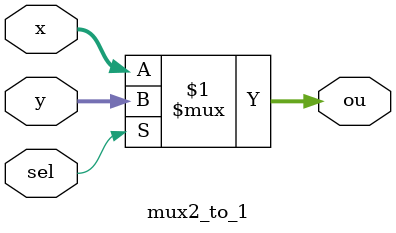
<source format=v>
module mux2_to_1(input[31:0] x, input[31:0] y, input sel, output[31:0] ou);

 assign ou = sel? y: x;

endmodule
</source>
